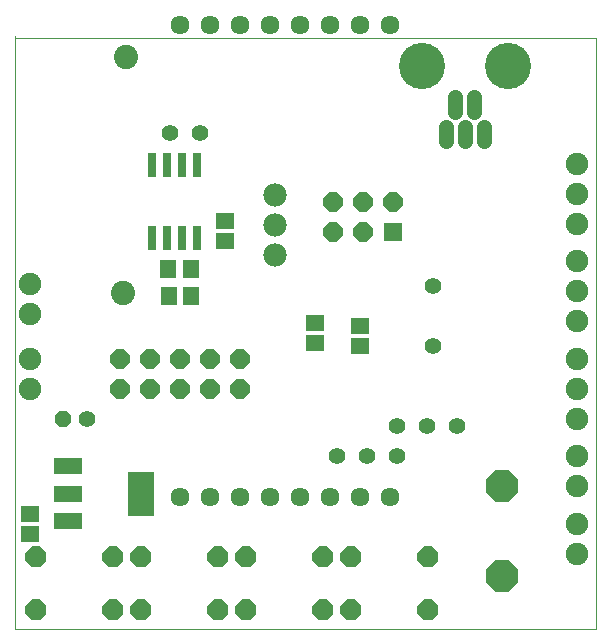
<source format=gts>
G75*
%MOIN*%
%OFA0B0*%
%FSLAX24Y24*%
%IPPOS*%
%LPD*%
%AMOC8*
5,1,8,0,0,1.08239X$1,22.5*
%
%ADD10C,0.0000*%
%ADD11C,0.0808*%
%ADD12R,0.0300X0.0840*%
%ADD13C,0.0560*%
%ADD14R,0.0640X0.0640*%
%ADD15OC8,0.0640*%
%ADD16R,0.0920X0.0520*%
%ADD17R,0.0906X0.1457*%
%ADD18C,0.1540*%
%ADD19C,0.0516*%
%ADD20C,0.0634*%
%ADD21OC8,0.0700*%
%ADD22R,0.0552X0.0631*%
%ADD23C,0.0749*%
%ADD24OC8,0.0560*%
%ADD25R,0.0631X0.0552*%
%ADD26OC8,0.1040*%
%ADD27C,0.0780*%
D10*
X018150Y018150D02*
X037520Y018150D01*
X037520Y037835D01*
X018150Y037835D01*
X018150Y037900D02*
X018150Y018150D01*
D11*
X021772Y029341D03*
X021882Y037214D03*
D12*
X022743Y033597D03*
X023243Y033597D03*
X023743Y033597D03*
X024243Y033597D03*
X024243Y031177D03*
X023743Y031177D03*
X023243Y031177D03*
X022743Y031177D03*
D13*
X023342Y034662D03*
X024342Y034662D03*
X032093Y029559D03*
X032093Y027559D03*
X031900Y024900D03*
X030900Y024900D03*
X030900Y023890D03*
X029900Y023890D03*
X028900Y023890D03*
X032900Y024900D03*
X020550Y025150D03*
D14*
X030767Y031358D03*
D15*
X029767Y031358D03*
X028767Y031358D03*
X028767Y032358D03*
X029767Y032358D03*
X030767Y032358D03*
X025650Y027150D03*
X024650Y027150D03*
X024650Y026150D03*
X025650Y026150D03*
X023650Y026150D03*
X022650Y026150D03*
X021650Y026150D03*
X021650Y027150D03*
X022650Y027150D03*
X023650Y027150D03*
D16*
X019930Y023560D03*
X019930Y022650D03*
X019930Y021740D03*
D17*
X022370Y022650D03*
D18*
X031723Y036901D03*
X034597Y036901D03*
D19*
X033475Y035860D02*
X033475Y035385D01*
X033160Y034873D02*
X033160Y034397D01*
X032530Y034397D02*
X032530Y034873D01*
X032845Y035385D02*
X032845Y035860D01*
X033790Y034873D02*
X033790Y034397D01*
D20*
X030650Y038274D03*
X029650Y038274D03*
X028650Y038274D03*
X027650Y038274D03*
X026650Y038274D03*
X025650Y038274D03*
X024650Y038274D03*
X023650Y038274D03*
X023650Y022526D03*
X024650Y022526D03*
X025650Y022526D03*
X026650Y022526D03*
X027650Y022526D03*
X028650Y022526D03*
X029650Y022526D03*
X030650Y022526D03*
D21*
X029370Y020540D03*
X028430Y020540D03*
X028430Y018760D03*
X029370Y018760D03*
X031930Y018760D03*
X031930Y020540D03*
X025870Y020540D03*
X024930Y020540D03*
X024930Y018760D03*
X025870Y018760D03*
X022370Y018760D03*
X021430Y018760D03*
X021430Y020540D03*
X022370Y020540D03*
X018870Y020540D03*
X018870Y018760D03*
D22*
X023295Y029225D03*
X024043Y029225D03*
X024024Y030150D03*
X023276Y030150D03*
D23*
X018650Y029650D03*
X018650Y028650D03*
X018650Y027150D03*
X018650Y026150D03*
X036900Y026150D03*
X036900Y025150D03*
X036900Y023900D03*
X036900Y022900D03*
X036900Y021650D03*
X036900Y020650D03*
X036900Y027150D03*
X036900Y028400D03*
X036900Y029400D03*
X036900Y030400D03*
X036900Y031650D03*
X036900Y032650D03*
X036900Y033650D03*
D24*
X019750Y025150D03*
D25*
X018650Y021985D03*
X018650Y021315D03*
X028160Y027675D03*
X028160Y028345D03*
X029650Y028235D03*
X029650Y027565D03*
X025150Y031065D03*
X025150Y031735D03*
D26*
X034400Y022900D03*
X034400Y019900D03*
D27*
X026820Y030620D03*
X026820Y031620D03*
X026820Y032620D03*
M02*

</source>
